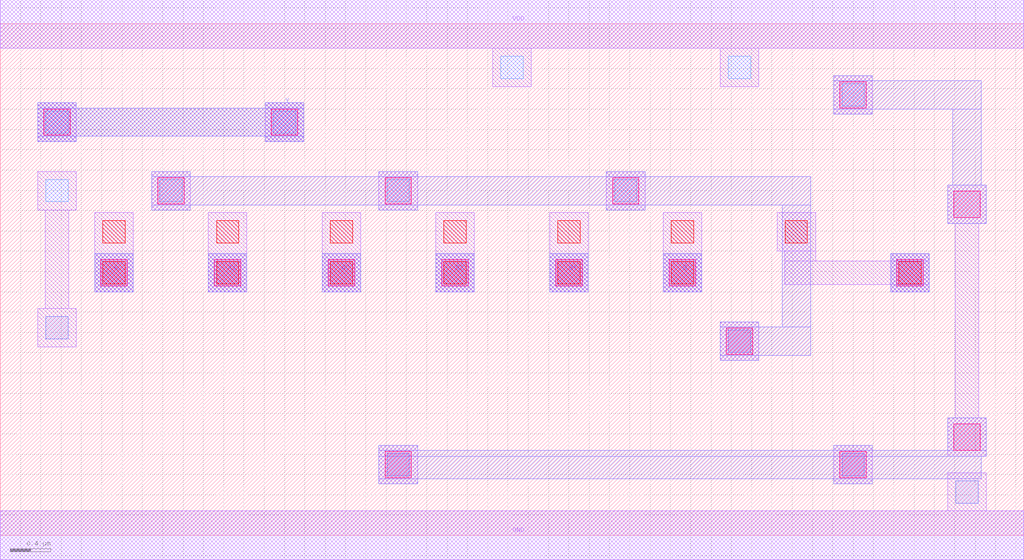
<source format=lef>
MACRO AAOAI331
 CLASS CORE ;
 FOREIGN AAOAI331 0 0 ;
 SIZE 10.08 BY 5.04 ;
 ORIGIN 0 0 ;
 SYMMETRY X Y R90 ;
 SITE unit ;
  PIN VDD
   DIRECTION INOUT ;
   USE POWER ;
   SHAPE ABUTMENT ;
    PORT
     CLASS CORE ;
       LAYER met1 ;
        RECT 0.00000000 4.80000000 10.08000000 5.28000000 ;
    END
  END VDD

  PIN GND
   DIRECTION INOUT ;
   USE POWER ;
   SHAPE ABUTMENT ;
    PORT
     CLASS CORE ;
       LAYER met1 ;
        RECT 0.00000000 -0.24000000 10.08000000 0.24000000 ;
    END
  END GND

  PIN Y
   DIRECTION INOUT ;
   USE SIGNAL ;
   SHAPE ABUTMENT ;
    PORT
     CLASS CORE ;
       LAYER met2 ;
        RECT 0.37000000 3.88200000 0.75000000 3.93200000 ;
        RECT 2.61000000 3.88200000 2.99000000 3.93200000 ;
        RECT 0.37000000 3.93200000 2.99000000 4.21200000 ;
        RECT 0.37000000 4.21200000 0.75000000 4.26200000 ;
        RECT 2.61000000 4.21200000 2.99000000 4.26200000 ;
    END
  END Y

  PIN C
   DIRECTION INOUT ;
   USE SIGNAL ;
   SHAPE ABUTMENT ;
    PORT
     CLASS CORE ;
       LAYER met2 ;
        RECT 8.77000000 2.39700000 9.15000000 2.77700000 ;
    END
  END C

  PIN B1
   DIRECTION INOUT ;
   USE SIGNAL ;
   SHAPE ABUTMENT ;
    PORT
     CLASS CORE ;
       LAYER met2 ;
        RECT 5.41000000 2.39700000 5.79000000 2.77700000 ;
    END
  END B1

  PIN A1
   DIRECTION INOUT ;
   USE SIGNAL ;
   SHAPE ABUTMENT ;
    PORT
     CLASS CORE ;
       LAYER met2 ;
        RECT 2.05000000 2.39700000 2.43000000 2.77700000 ;
    END
  END A1

  PIN B
   DIRECTION INOUT ;
   USE SIGNAL ;
   SHAPE ABUTMENT ;
    PORT
     CLASS CORE ;
       LAYER met2 ;
        RECT 6.53000000 2.39700000 6.91000000 2.77700000 ;
    END
  END B

  PIN B2
   DIRECTION INOUT ;
   USE SIGNAL ;
   SHAPE ABUTMENT ;
    PORT
     CLASS CORE ;
       LAYER met2 ;
        RECT 4.29000000 2.39700000 4.67000000 2.77700000 ;
    END
  END B2

  PIN A2
   DIRECTION INOUT ;
   USE SIGNAL ;
   SHAPE ABUTMENT ;
    PORT
     CLASS CORE ;
       LAYER met2 ;
        RECT 3.17000000 2.39700000 3.55000000 2.77700000 ;
    END
  END A2

  PIN A
   DIRECTION INOUT ;
   USE SIGNAL ;
   SHAPE ABUTMENT ;
    PORT
     CLASS CORE ;
       LAYER met2 ;
        RECT 0.93000000 2.39700000 1.31000000 2.77700000 ;
    END
  END A

 OBS
    LAYER polycont ;
     RECT 1.01000000 2.47700000 1.23000000 2.69700000 ;
     RECT 2.13000000 2.47700000 2.35000000 2.69700000 ;
     RECT 3.25000000 2.47700000 3.47000000 2.69700000 ;
     RECT 4.37000000 2.47700000 4.59000000 2.69700000 ;
     RECT 5.49000000 2.47700000 5.71000000 2.69700000 ;
     RECT 6.61000000 2.47700000 6.83000000 2.69700000 ;
     RECT 8.85000000 2.47700000 9.07000000 2.69700000 ;
     RECT 1.01000000 2.88200000 1.23000000 3.10200000 ;
     RECT 2.13000000 2.88200000 2.35000000 3.10200000 ;
     RECT 3.25000000 2.88200000 3.47000000 3.10200000 ;
     RECT 4.37000000 2.88200000 4.59000000 3.10200000 ;
     RECT 5.49000000 2.88200000 5.71000000 3.10200000 ;
     RECT 6.61000000 2.88200000 6.83000000 3.10200000 ;
     RECT 7.73000000 2.88200000 7.95000000 3.10200000 ;

    LAYER pdiffc ;
     RECT 0.45000000 3.28700000 0.67000000 3.50700000 ;
     RECT 1.57000000 3.28700000 1.79000000 3.50700000 ;
     RECT 3.81000000 3.28700000 4.03000000 3.50700000 ;
     RECT 6.05000000 3.28700000 6.27000000 3.50700000 ;
     RECT 0.45000000 3.96200000 0.67000000 4.18200000 ;
     RECT 2.69000000 3.96200000 2.91000000 4.18200000 ;
     RECT 8.29000000 4.23200000 8.51000000 4.45200000 ;
     RECT 4.93000000 4.50200000 5.15000000 4.72200000 ;
     RECT 7.17000000 4.50200000 7.39000000 4.72200000 ;

    LAYER ndiffc ;
     RECT 9.41000000 0.31700000 9.63000000 0.53700000 ;
     RECT 3.81000000 0.58700000 4.03000000 0.80700000 ;
     RECT 8.29000000 0.58700000 8.51000000 0.80700000 ;
     RECT 7.17000000 1.80200000 7.39000000 2.02200000 ;
     RECT 0.45000000 1.93700000 0.67000000 2.15700000 ;

    LAYER met1 ;
     RECT 0.00000000 -0.24000000 10.08000000 0.24000000 ;
     RECT 9.33000000 0.24000000 9.71000000 0.61700000 ;
     RECT 3.73000000 0.50700000 4.11000000 0.88700000 ;
     RECT 8.21000000 0.50700000 8.59000000 0.88700000 ;
     RECT 7.09000000 1.72200000 7.47000000 2.10200000 ;
     RECT 0.93000000 2.39700000 1.31000000 3.18200000 ;
     RECT 2.05000000 2.39700000 2.43000000 3.18200000 ;
     RECT 3.17000000 2.39700000 3.55000000 3.18200000 ;
     RECT 4.29000000 2.39700000 4.67000000 3.18200000 ;
     RECT 5.41000000 2.39700000 5.79000000 3.18200000 ;
     RECT 6.53000000 2.39700000 6.91000000 3.18200000 ;
     RECT 8.77000000 2.39700000 9.15000000 2.47200000 ;
     RECT 7.72500000 2.47200000 9.15000000 2.70200000 ;
     RECT 8.77000000 2.70200000 9.15000000 2.77700000 ;
     RECT 7.72500000 2.70200000 8.03000000 2.80200000 ;
     RECT 7.65000000 2.80200000 8.03000000 3.18200000 ;
     RECT 9.33000000 0.77700000 9.71000000 1.15700000 ;
     RECT 9.40500000 1.15700000 9.63500000 3.07200000 ;
     RECT 9.33000000 3.07200000 9.71000000 3.45200000 ;
     RECT 0.37000000 1.85700000 0.75000000 2.23700000 ;
     RECT 0.44500000 2.23700000 0.67500000 3.20700000 ;
     RECT 0.37000000 3.20700000 0.75000000 3.58700000 ;
     RECT 1.49000000 3.20700000 1.87000000 3.58700000 ;
     RECT 3.73000000 3.20700000 4.11000000 3.58700000 ;
     RECT 5.97000000 3.20700000 6.35000000 3.58700000 ;
     RECT 0.37000000 3.88200000 0.75000000 4.26200000 ;
     RECT 2.61000000 3.88200000 2.99000000 4.26200000 ;
     RECT 8.21000000 4.15200000 8.59000000 4.53200000 ;
     RECT 4.85000000 4.42200000 5.23000000 4.80000000 ;
     RECT 7.09000000 4.42200000 7.47000000 4.80000000 ;
     RECT 0.00000000 4.80000000 10.08000000 5.28000000 ;

    LAYER via1 ;
     RECT 3.79000000 0.56700000 4.05000000 0.82700000 ;
     RECT 8.27000000 0.56700000 8.53000000 0.82700000 ;
     RECT 9.39000000 0.83700000 9.65000000 1.09700000 ;
     RECT 7.15000000 1.78200000 7.41000000 2.04200000 ;
     RECT 0.99000000 2.45700000 1.25000000 2.71700000 ;
     RECT 2.11000000 2.45700000 2.37000000 2.71700000 ;
     RECT 3.23000000 2.45700000 3.49000000 2.71700000 ;
     RECT 4.35000000 2.45700000 4.61000000 2.71700000 ;
     RECT 5.47000000 2.45700000 5.73000000 2.71700000 ;
     RECT 6.59000000 2.45700000 6.85000000 2.71700000 ;
     RECT 8.83000000 2.45700000 9.09000000 2.71700000 ;
     RECT 9.39000000 3.13200000 9.65000000 3.39200000 ;
     RECT 1.55000000 3.26700000 1.81000000 3.52700000 ;
     RECT 3.79000000 3.26700000 4.05000000 3.52700000 ;
     RECT 6.03000000 3.26700000 6.29000000 3.52700000 ;
     RECT 0.43000000 3.94200000 0.69000000 4.20200000 ;
     RECT 2.67000000 3.94200000 2.93000000 4.20200000 ;
     RECT 8.27000000 4.21200000 8.53000000 4.47200000 ;

    LAYER met2 ;
     RECT 3.73000000 0.50700000 4.11000000 0.55700000 ;
     RECT 8.21000000 0.50700000 8.59000000 0.55700000 ;
     RECT 3.73000000 0.55700000 9.66000000 0.77700000 ;
     RECT 3.73000000 0.77700000 9.71000000 0.83700000 ;
     RECT 3.73000000 0.83700000 4.11000000 0.88700000 ;
     RECT 8.21000000 0.83700000 8.59000000 0.88700000 ;
     RECT 9.33000000 0.83700000 9.71000000 1.15700000 ;
     RECT 0.93000000 2.39700000 1.31000000 2.77700000 ;
     RECT 2.05000000 2.39700000 2.43000000 2.77700000 ;
     RECT 3.17000000 2.39700000 3.55000000 2.77700000 ;
     RECT 4.29000000 2.39700000 4.67000000 2.77700000 ;
     RECT 5.41000000 2.39700000 5.79000000 2.77700000 ;
     RECT 6.53000000 2.39700000 6.91000000 2.77700000 ;
     RECT 8.77000000 2.39700000 9.15000000 2.77700000 ;
     RECT 7.09000000 1.72200000 7.47000000 1.77200000 ;
     RECT 7.09000000 1.77200000 7.98000000 2.05200000 ;
     RECT 7.09000000 2.05200000 7.47000000 2.10200000 ;
     RECT 1.49000000 3.20700000 1.87000000 3.25700000 ;
     RECT 3.73000000 3.20700000 4.11000000 3.25700000 ;
     RECT 5.97000000 3.20700000 6.35000000 3.25700000 ;
     RECT 7.70000000 2.05200000 7.98000000 3.25700000 ;
     RECT 1.49000000 3.25700000 7.98000000 3.53700000 ;
     RECT 1.49000000 3.53700000 1.87000000 3.58700000 ;
     RECT 3.73000000 3.53700000 4.11000000 3.58700000 ;
     RECT 5.97000000 3.53700000 6.35000000 3.58700000 ;
     RECT 0.37000000 3.88200000 0.75000000 3.93200000 ;
     RECT 2.61000000 3.88200000 2.99000000 3.93200000 ;
     RECT 0.37000000 3.93200000 2.99000000 4.21200000 ;
     RECT 0.37000000 4.21200000 0.75000000 4.26200000 ;
     RECT 2.61000000 4.21200000 2.99000000 4.26200000 ;
     RECT 9.33000000 3.07200000 9.71000000 3.45200000 ;
     RECT 8.21000000 4.15200000 8.59000000 4.20200000 ;
     RECT 9.38000000 3.45200000 9.66000000 4.20200000 ;
     RECT 8.21000000 4.20200000 9.66000000 4.48200000 ;
     RECT 8.21000000 4.48200000 8.59000000 4.53200000 ;

 END
END AAOAI331

</source>
